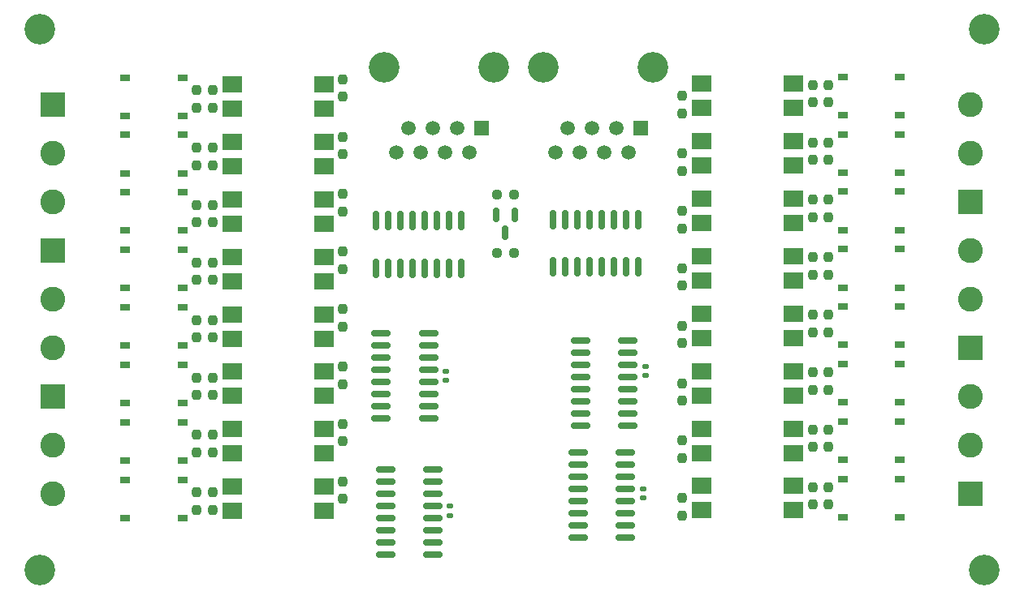
<source format=gbr>
%TF.GenerationSoftware,KiCad,Pcbnew,8.0.2*%
%TF.CreationDate,2024-12-19T10:05:04+01:00*%
%TF.ProjectId,OS-S88n,4f532d53-3838-46e2-9e6b-696361645f70,rev?*%
%TF.SameCoordinates,Original*%
%TF.FileFunction,Soldermask,Top*%
%TF.FilePolarity,Negative*%
%FSLAX46Y46*%
G04 Gerber Fmt 4.6, Leading zero omitted, Abs format (unit mm)*
G04 Created by KiCad (PCBNEW 8.0.2) date 2024-12-19 10:05:04*
%MOMM*%
%LPD*%
G01*
G04 APERTURE LIST*
G04 Aperture macros list*
%AMRoundRect*
0 Rectangle with rounded corners*
0 $1 Rounding radius*
0 $2 $3 $4 $5 $6 $7 $8 $9 X,Y pos of 4 corners*
0 Add a 4 corners polygon primitive as box body*
4,1,4,$2,$3,$4,$5,$6,$7,$8,$9,$2,$3,0*
0 Add four circle primitives for the rounded corners*
1,1,$1+$1,$2,$3*
1,1,$1+$1,$4,$5*
1,1,$1+$1,$6,$7*
1,1,$1+$1,$8,$9*
0 Add four rect primitives between the rounded corners*
20,1,$1+$1,$2,$3,$4,$5,0*
20,1,$1+$1,$4,$5,$6,$7,0*
20,1,$1+$1,$6,$7,$8,$9,0*
20,1,$1+$1,$8,$9,$2,$3,0*%
G04 Aperture macros list end*
%ADD10R,1.000000X0.700000*%
%ADD11RoundRect,0.237500X-0.237500X0.250000X-0.237500X-0.250000X0.237500X-0.250000X0.237500X0.250000X0*%
%ADD12RoundRect,0.237500X0.237500X-0.250000X0.237500X0.250000X-0.237500X0.250000X-0.237500X-0.250000X0*%
%ADD13RoundRect,0.150000X-0.150000X0.587500X-0.150000X-0.587500X0.150000X-0.587500X0.150000X0.587500X0*%
%ADD14R,2.000000X1.780000*%
%ADD15RoundRect,0.237500X0.250000X0.237500X-0.250000X0.237500X-0.250000X-0.237500X0.250000X-0.237500X0*%
%ADD16RoundRect,0.140000X0.170000X-0.140000X0.170000X0.140000X-0.170000X0.140000X-0.170000X-0.140000X0*%
%ADD17R,2.600000X2.600000*%
%ADD18C,2.600000*%
%ADD19C,3.200000*%
%ADD20R,1.500000X1.500000*%
%ADD21C,1.500000*%
%ADD22RoundRect,0.140000X-0.170000X0.140000X-0.170000X-0.140000X0.170000X-0.140000X0.170000X0.140000X0*%
%ADD23RoundRect,0.237500X-0.250000X-0.237500X0.250000X-0.237500X0.250000X0.237500X-0.250000X0.237500X0*%
%ADD24RoundRect,0.150000X0.825000X0.150000X-0.825000X0.150000X-0.825000X-0.150000X0.825000X-0.150000X0*%
%ADD25RoundRect,0.150000X-0.150000X0.825000X-0.150000X-0.825000X0.150000X-0.825000X0.150000X0.825000X0*%
G04 APERTURE END LIST*
D10*
%TO.C,D1601*%
X204408000Y-91474000D03*
X204408000Y-95474000D03*
X198458000Y-95474000D03*
X198458000Y-91474000D03*
%TD*%
%TO.C,D701*%
X129586000Y-89538000D03*
X129586000Y-85538000D03*
X123636000Y-85538000D03*
X123636000Y-89538000D03*
%TD*%
D11*
%TO.C,R1903*%
X195285000Y-112144583D03*
X195285000Y-110319583D03*
%TD*%
%TO.C,R501*%
X146333000Y-97724417D03*
X146333000Y-99549417D03*
%TD*%
D12*
%TO.C,R903*%
X132759000Y-76692417D03*
X132759000Y-74867417D03*
%TD*%
%TO.C,R703*%
X132759000Y-88692417D03*
X132759000Y-86867417D03*
%TD*%
D11*
%TO.C,R1502*%
X196951000Y-88144583D03*
X196951000Y-86319583D03*
%TD*%
%TO.C,R801*%
X146333000Y-79724417D03*
X146333000Y-81549417D03*
%TD*%
D10*
%TO.C,D1501*%
X204408000Y-85474000D03*
X204408000Y-89474000D03*
X198458000Y-89474000D03*
X198458000Y-85474000D03*
%TD*%
D13*
%TO.C,Q2101*%
X164210000Y-81866500D03*
X162310000Y-81866500D03*
X163260000Y-83741500D03*
%TD*%
D11*
%TO.C,R1403*%
X195285000Y-82144583D03*
X195285000Y-80319583D03*
%TD*%
D14*
%TO.C,U1801*%
X183738000Y-106744000D03*
X183738000Y-104204000D03*
X193268000Y-104204000D03*
X193268000Y-106744000D03*
%TD*%
D12*
%TO.C,R1301*%
X181711000Y-75462583D03*
X181711000Y-77287583D03*
%TD*%
D15*
%TO.C,R2102*%
X164172500Y-85852000D03*
X162347500Y-85852000D03*
%TD*%
D16*
%TO.C,C1202*%
X177865000Y-98651000D03*
X177865000Y-97691000D03*
%TD*%
D11*
%TO.C,R1702*%
X196951000Y-100144583D03*
X196951000Y-98319583D03*
%TD*%
D12*
%TO.C,R1701*%
X181711000Y-99462583D03*
X181711000Y-101287583D03*
%TD*%
%TO.C,R603*%
X132759000Y-94692417D03*
X132759000Y-92867417D03*
%TD*%
D17*
%TO.C,J101*%
X116028000Y-70372000D03*
D18*
X116028000Y-75452000D03*
X116028000Y-80532000D03*
%TD*%
D11*
%TO.C,R1902*%
X196951000Y-112144583D03*
X196951000Y-110319583D03*
%TD*%
D14*
%TO.C,U1701*%
X183738000Y-100744000D03*
X183738000Y-98204000D03*
X193268000Y-98204000D03*
X193268000Y-100744000D03*
%TD*%
%TO.C,U801*%
X134776000Y-80268000D03*
X134776000Y-82808000D03*
X144306000Y-82808000D03*
X144306000Y-80268000D03*
%TD*%
D11*
%TO.C,R701*%
X146333000Y-85724417D03*
X146333000Y-87549417D03*
%TD*%
%TO.C,R1503*%
X195285000Y-88144583D03*
X195285000Y-86319583D03*
%TD*%
D10*
%TO.C,D1801*%
X204408000Y-103474000D03*
X204408000Y-107474000D03*
X198458000Y-107474000D03*
X198458000Y-103474000D03*
%TD*%
D11*
%TO.C,R1703*%
X195285000Y-100144583D03*
X195285000Y-98319583D03*
%TD*%
D14*
%TO.C,U1301*%
X183738000Y-76744000D03*
X183738000Y-74204000D03*
X193268000Y-74204000D03*
X193268000Y-76744000D03*
%TD*%
D17*
%TO.C,J103*%
X116028000Y-100852000D03*
D18*
X116028000Y-105932000D03*
X116028000Y-111012000D03*
%TD*%
D10*
%TO.C,D501*%
X129586000Y-101538000D03*
X129586000Y-97538000D03*
X123636000Y-97538000D03*
X123636000Y-101538000D03*
%TD*%
D14*
%TO.C,U1101*%
X193268000Y-70744000D03*
X193268000Y-68204000D03*
X183738000Y-68204000D03*
X183738000Y-70744000D03*
%TD*%
D12*
%TO.C,R702*%
X131093000Y-88692417D03*
X131093000Y-86867417D03*
%TD*%
D19*
%TO.C,REF\u002A\u002A*%
X213206000Y-62512000D03*
%TD*%
D12*
%TO.C,R1501*%
X181711000Y-87462583D03*
X181711000Y-89287583D03*
%TD*%
%TO.C,R602*%
X131093000Y-94692417D03*
X131093000Y-92867417D03*
%TD*%
D11*
%TO.C,R1001*%
X146333000Y-67724417D03*
X146333000Y-69549417D03*
%TD*%
D12*
%TO.C,R803*%
X132759000Y-82692417D03*
X132759000Y-80867417D03*
%TD*%
D11*
%TO.C,R901*%
X146333000Y-73724417D03*
X146333000Y-75549417D03*
%TD*%
D14*
%TO.C,U501*%
X134776000Y-98268000D03*
X134776000Y-100808000D03*
X144306000Y-100808000D03*
X144306000Y-98268000D03*
%TD*%
D12*
%TO.C,R203*%
X132759000Y-110867417D03*
X132759000Y-112692417D03*
%TD*%
D11*
%TO.C,R401*%
X146333000Y-103724417D03*
X146333000Y-105549417D03*
%TD*%
D17*
%TO.C,J104*%
X211706000Y-111012000D03*
D18*
X211706000Y-105932000D03*
X211706000Y-100852000D03*
%TD*%
D11*
%TO.C,R1602*%
X196951000Y-94144583D03*
X196951000Y-92319583D03*
%TD*%
D19*
%TO.C,J2102*%
X162006000Y-66492000D03*
X150576000Y-66492000D03*
D20*
X160736000Y-72842000D03*
D21*
X159466000Y-75382000D03*
X158196000Y-72842000D03*
X156926000Y-75382000D03*
X155656000Y-72842000D03*
X154386000Y-75382000D03*
X153116000Y-72842000D03*
X151846000Y-75382000D03*
%TD*%
D10*
%TO.C,D201*%
X123636000Y-113538000D03*
X123636000Y-109538000D03*
X129586000Y-109538000D03*
X129586000Y-113538000D03*
%TD*%
D11*
%TO.C,R601*%
X146333000Y-91724417D03*
X146333000Y-93549417D03*
%TD*%
D17*
%TO.C,J102*%
X116028000Y-85612000D03*
D18*
X116028000Y-90692000D03*
X116028000Y-95772000D03*
%TD*%
D22*
%TO.C,C1201*%
X177611000Y-110518000D03*
X177611000Y-111478000D03*
%TD*%
%TO.C,C301*%
X157482999Y-112323999D03*
X157482999Y-113283999D03*
%TD*%
D23*
%TO.C,R2101*%
X162347500Y-79756000D03*
X164172500Y-79756000D03*
%TD*%
D12*
%TO.C,R1002*%
X131093000Y-70692417D03*
X131093000Y-68867417D03*
%TD*%
D24*
%TO.C,U1202*%
X176022000Y-103886000D03*
X176022000Y-102616000D03*
X176022000Y-101346000D03*
X176022000Y-100076000D03*
X176022000Y-98806000D03*
X176022000Y-97536000D03*
X176022000Y-96266000D03*
X176022000Y-94996000D03*
X171072000Y-94996000D03*
X171072000Y-96266000D03*
X171072000Y-97536000D03*
X171072000Y-98806000D03*
X171072000Y-100076000D03*
X171072000Y-101346000D03*
X171072000Y-102616000D03*
X171072000Y-103886000D03*
%TD*%
D19*
%TO.C,REF\u002A\u002A*%
X114706000Y-119012000D03*
%TD*%
D10*
%TO.C,D401*%
X129586000Y-107538000D03*
X129586000Y-103538000D03*
X123636000Y-103538000D03*
X123636000Y-107538000D03*
%TD*%
%TO.C,D901*%
X129586000Y-77538000D03*
X129586000Y-73538000D03*
X123636000Y-73538000D03*
X123636000Y-77538000D03*
%TD*%
%TO.C,D601*%
X129586000Y-95538000D03*
X129586000Y-91538000D03*
X123636000Y-91538000D03*
X123636000Y-95538000D03*
%TD*%
D12*
%TO.C,R202*%
X131093000Y-110867417D03*
X131093000Y-112692417D03*
%TD*%
D10*
%TO.C,D1701*%
X204408000Y-97474000D03*
X204408000Y-101474000D03*
X198458000Y-101474000D03*
X198458000Y-97474000D03*
%TD*%
D14*
%TO.C,U1901*%
X183738000Y-112744000D03*
X183738000Y-110204000D03*
X193268000Y-110204000D03*
X193268000Y-112744000D03*
%TD*%
D10*
%TO.C,D1101*%
X198458000Y-67474000D03*
X198458000Y-71474000D03*
X204408000Y-71474000D03*
X204408000Y-67474000D03*
%TD*%
D24*
%TO.C,U1201*%
X175768000Y-115570000D03*
X175768000Y-114300000D03*
X175768000Y-113030000D03*
X175768000Y-111760000D03*
X175768000Y-110490000D03*
X175768000Y-109220000D03*
X175768000Y-107950000D03*
X175768000Y-106680000D03*
X170818000Y-106680000D03*
X170818000Y-107950000D03*
X170818000Y-109220000D03*
X170818000Y-110490000D03*
X170818000Y-111760000D03*
X170818000Y-113030000D03*
X170818000Y-114300000D03*
X170818000Y-115570000D03*
%TD*%
D12*
%TO.C,R802*%
X131093000Y-82692417D03*
X131093000Y-80867417D03*
%TD*%
%TO.C,R1003*%
X132759000Y-70692417D03*
X132759000Y-68867417D03*
%TD*%
%TO.C,R1401*%
X181711000Y-81462583D03*
X181711000Y-83287583D03*
%TD*%
D14*
%TO.C,U401*%
X134776000Y-104268000D03*
X134776000Y-106808000D03*
X144306000Y-106808000D03*
X144306000Y-104268000D03*
%TD*%
D11*
%TO.C,R1103*%
X195285000Y-68319583D03*
X195285000Y-70144583D03*
%TD*%
D14*
%TO.C,U1501*%
X183738000Y-88744000D03*
X183738000Y-86204000D03*
X193268000Y-86204000D03*
X193268000Y-88744000D03*
%TD*%
%TO.C,U701*%
X134776000Y-86268000D03*
X134776000Y-88808000D03*
X144306000Y-88808000D03*
X144306000Y-86268000D03*
%TD*%
%TO.C,U1601*%
X183738000Y-94744000D03*
X183738000Y-92204000D03*
X193268000Y-92204000D03*
X193268000Y-94744000D03*
%TD*%
%TO.C,U901*%
X134776000Y-74268000D03*
X134776000Y-76808000D03*
X144306000Y-76808000D03*
X144306000Y-74268000D03*
%TD*%
D11*
%TO.C,R201*%
X146333000Y-111549417D03*
X146333000Y-109724417D03*
%TD*%
D24*
%TO.C,U301*%
X155256000Y-103124000D03*
X155256000Y-101854000D03*
X155256000Y-100584000D03*
X155256000Y-99314000D03*
X155256000Y-98044000D03*
X155256000Y-96774000D03*
X155256000Y-95504000D03*
X155256000Y-94234000D03*
X150306000Y-94234000D03*
X150306000Y-95504000D03*
X150306000Y-96774000D03*
X150306000Y-98044000D03*
X150306000Y-99314000D03*
X150306000Y-100584000D03*
X150306000Y-101854000D03*
X150306000Y-103124000D03*
%TD*%
D19*
%TO.C,J2101*%
X178636000Y-66512000D03*
X167206000Y-66512000D03*
D20*
X177366000Y-72862000D03*
D21*
X176096000Y-75402000D03*
X174826000Y-72862000D03*
X173556000Y-75402000D03*
X172286000Y-72862000D03*
X171016000Y-75402000D03*
X169746000Y-72862000D03*
X168476000Y-75402000D03*
%TD*%
D19*
%TO.C,REF\u002A\u002A*%
X213206000Y-119012000D03*
%TD*%
D14*
%TO.C,U1401*%
X183738000Y-82744000D03*
X183738000Y-80204000D03*
X193268000Y-80204000D03*
X193268000Y-82744000D03*
%TD*%
%TO.C,U1001*%
X134776000Y-68268000D03*
X134776000Y-70808000D03*
X144306000Y-70808000D03*
X144306000Y-68268000D03*
%TD*%
D17*
%TO.C,J106*%
X211706000Y-80532000D03*
D18*
X211706000Y-75452000D03*
X211706000Y-70372000D03*
%TD*%
D12*
%TO.C,R1101*%
X181711000Y-71287583D03*
X181711000Y-69462583D03*
%TD*%
D11*
%TO.C,R1402*%
X196951000Y-82144583D03*
X196951000Y-80319583D03*
%TD*%
D10*
%TO.C,D1901*%
X204408000Y-109474000D03*
X204408000Y-113474000D03*
X198458000Y-113474000D03*
X198458000Y-109474000D03*
%TD*%
D14*
%TO.C,U201*%
X144306000Y-110268000D03*
X144306000Y-112808000D03*
X134776000Y-112808000D03*
X134776000Y-110268000D03*
%TD*%
D12*
%TO.C,R402*%
X131093000Y-106692417D03*
X131093000Y-104867417D03*
%TD*%
%TO.C,R403*%
X132759000Y-106692417D03*
X132759000Y-104867417D03*
%TD*%
D11*
%TO.C,R1102*%
X196951000Y-68319583D03*
X196951000Y-70144583D03*
%TD*%
D12*
%TO.C,R902*%
X131093000Y-76692417D03*
X131093000Y-74867417D03*
%TD*%
D11*
%TO.C,R1803*%
X195285000Y-106144583D03*
X195285000Y-104319583D03*
%TD*%
D12*
%TO.C,R1801*%
X181711000Y-105462583D03*
X181711000Y-107287583D03*
%TD*%
%TO.C,R503*%
X132759000Y-100692417D03*
X132759000Y-98867417D03*
%TD*%
%TO.C,R1901*%
X181711000Y-111462583D03*
X181711000Y-113287583D03*
%TD*%
D24*
%TO.C,U302*%
X155702000Y-117348000D03*
X155702000Y-116078000D03*
X155702000Y-114808000D03*
X155702000Y-113538000D03*
X155702000Y-112268000D03*
X155702000Y-110998000D03*
X155702000Y-109728000D03*
X155702000Y-108458000D03*
X150752000Y-108458000D03*
X150752000Y-109728000D03*
X150752000Y-110998000D03*
X150752000Y-112268000D03*
X150752000Y-113538000D03*
X150752000Y-114808000D03*
X150752000Y-116078000D03*
X150752000Y-117348000D03*
%TD*%
D11*
%TO.C,R1603*%
X195285000Y-94144583D03*
X195285000Y-92319583D03*
%TD*%
%TO.C,R1302*%
X196951000Y-76144583D03*
X196951000Y-74319583D03*
%TD*%
%TO.C,R1802*%
X196951000Y-106144583D03*
X196951000Y-104319583D03*
%TD*%
D10*
%TO.C,D1301*%
X204408000Y-73474000D03*
X204408000Y-77474000D03*
X198458000Y-77474000D03*
X198458000Y-73474000D03*
%TD*%
D14*
%TO.C,U601*%
X134776000Y-92268000D03*
X134776000Y-94808000D03*
X144306000Y-94808000D03*
X144306000Y-92268000D03*
%TD*%
D25*
%TO.C,U2001*%
X158688000Y-82488000D03*
X157418000Y-82488000D03*
X156148000Y-82488000D03*
X154878000Y-82488000D03*
X153608000Y-82488000D03*
X152338000Y-82488000D03*
X151068000Y-82488000D03*
X149798000Y-82488000D03*
X149798000Y-87438000D03*
X151068000Y-87438000D03*
X152338000Y-87438000D03*
X153608000Y-87438000D03*
X154878000Y-87438000D03*
X156148000Y-87438000D03*
X157418000Y-87438000D03*
X158688000Y-87438000D03*
%TD*%
D19*
%TO.C,REF\u002A\u002A*%
X114706000Y-62512000D03*
%TD*%
D12*
%TO.C,R502*%
X131093000Y-100692417D03*
X131093000Y-98867417D03*
%TD*%
D10*
%TO.C,D801*%
X129586000Y-83538000D03*
X129586000Y-79538000D03*
X123636000Y-79538000D03*
X123636000Y-83538000D03*
%TD*%
D25*
%TO.C,U2002*%
X177103000Y-82361000D03*
X175833000Y-82361000D03*
X174563000Y-82361000D03*
X173293000Y-82361000D03*
X172023000Y-82361000D03*
X170753000Y-82361000D03*
X169483000Y-82361000D03*
X168213000Y-82361000D03*
X168213000Y-87311000D03*
X169483000Y-87311000D03*
X170753000Y-87311000D03*
X172023000Y-87311000D03*
X173293000Y-87311000D03*
X174563000Y-87311000D03*
X175833000Y-87311000D03*
X177103000Y-87311000D03*
%TD*%
D17*
%TO.C,J105*%
X211706000Y-95772000D03*
D18*
X211706000Y-90692000D03*
X211706000Y-85612000D03*
%TD*%
D22*
%TO.C,C302*%
X157036999Y-98199000D03*
X157036999Y-99159000D03*
%TD*%
D11*
%TO.C,R1303*%
X195285000Y-76144583D03*
X195285000Y-74319583D03*
%TD*%
D10*
%TO.C,D1001*%
X129586000Y-71538000D03*
X129586000Y-67538000D03*
X123636000Y-67538000D03*
X123636000Y-71538000D03*
%TD*%
%TO.C,D1401*%
X204408000Y-79474000D03*
X204408000Y-83474000D03*
X198458000Y-83474000D03*
X198458000Y-79474000D03*
%TD*%
D12*
%TO.C,R1601*%
X181711000Y-93462583D03*
X181711000Y-95287583D03*
%TD*%
M02*

</source>
